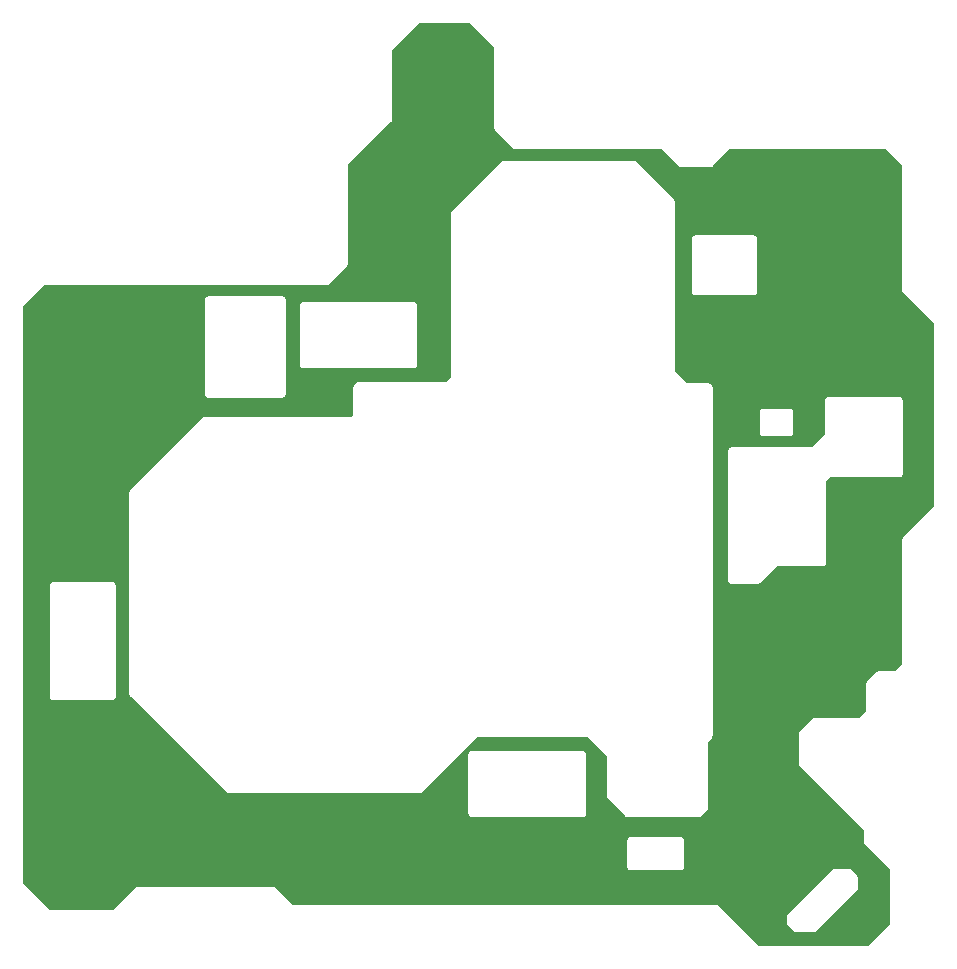
<source format=gbl>
G04*
G04 #@! TF.GenerationSoftware,Altium Limited,Altium Designer,20.0.14 (345)*
G04*
G04 Layer_Physical_Order=2*
G04 Layer_Color=16711680*
%FSLAX43Y43*%
%MOMM*%
G71*
G01*
G75*
%ADD11C,0.300*%
%ADD12C,1.000*%
%ADD13C,8.000*%
%ADD14C,2.600*%
G36*
X77215Y118382D02*
X77215Y111500D01*
X77215Y111500D01*
X77237Y111391D01*
X77299Y111299D01*
X77299Y111299D01*
X78799Y109799D01*
X78799Y109799D01*
X78891Y109737D01*
X78909Y109733D01*
X79000Y109715D01*
X79000Y109715D01*
X91382D01*
X92799Y108299D01*
X92799Y108299D01*
X92891Y108237D01*
X93000Y108215D01*
X93000Y108215D01*
X95500D01*
X95500Y108215D01*
X95609Y108237D01*
X95701Y108299D01*
X97118Y109715D01*
X110382D01*
X111715Y108382D01*
Y97875D01*
X111715Y97875D01*
X111737Y97766D01*
X111799Y97674D01*
X114465Y95007D01*
Y79493D01*
X111799Y76826D01*
X111737Y76734D01*
X111715Y76625D01*
X111715Y76625D01*
Y66118D01*
X111132Y65535D01*
X109750D01*
X109750Y65535D01*
X109641Y65513D01*
X109549Y65451D01*
X109549Y65451D01*
X108799Y64701D01*
X108799Y64701D01*
X108737Y64609D01*
X108715Y64500D01*
X108715Y64500D01*
Y62181D01*
X108132Y61597D01*
X104312D01*
X104203Y61576D01*
X104111Y61514D01*
X104111Y61514D01*
X103049Y60451D01*
X102987Y60359D01*
X102965Y60250D01*
X102965Y60250D01*
Y57750D01*
X102965Y57750D01*
X102987Y57641D01*
X103049Y57549D01*
X108465Y52132D01*
Y51125D01*
X108465Y51125D01*
X108487Y51016D01*
X108549Y50924D01*
X110715Y48757D01*
Y44118D01*
X108882Y42285D01*
X99618D01*
X96201Y45701D01*
X96109Y45763D01*
X96000Y45785D01*
X96000Y45785D01*
X60118D01*
X58701Y47201D01*
X58609Y47263D01*
X58500Y47285D01*
X58500Y47285D01*
X47000D01*
X47000Y47285D01*
X46891Y47263D01*
X46799Y47201D01*
X46799Y47201D01*
X44882Y45285D01*
X39618D01*
X37285Y47618D01*
Y96382D01*
X39118Y98215D01*
X63000D01*
X63000Y98215D01*
X63109Y98237D01*
X63201Y98299D01*
X64701Y99799D01*
X64701Y99799D01*
X64763Y99891D01*
X64785Y100000D01*
Y108382D01*
X66201Y109799D01*
X66201Y109799D01*
X68451Y112049D01*
X68451Y112049D01*
X68513Y112141D01*
X68535Y112250D01*
X68535Y112250D01*
Y118132D01*
X70868Y120465D01*
X73250D01*
X75132Y120465D01*
X77215Y118382D01*
D02*
G37*
%LPC*%
G36*
X89050Y108735D02*
X89050Y108735D01*
X77950D01*
X77950Y108735D01*
X77841Y108713D01*
X77749Y108651D01*
X77749Y108651D01*
X73599Y104501D01*
X73537Y104409D01*
X73515Y104300D01*
X73515Y104300D01*
Y90468D01*
X73082Y90035D01*
X65700D01*
X65591Y90013D01*
X65499Y89951D01*
X65499Y89951D01*
X65349Y89801D01*
X65287Y89709D01*
X65265Y89600D01*
X65265Y89600D01*
Y87268D01*
X65082Y87085D01*
X52700D01*
X52700Y87085D01*
X52591Y87063D01*
X52499Y87001D01*
X52499Y87001D01*
X46399Y80901D01*
X46337Y80809D01*
X46315Y80700D01*
X46315Y80700D01*
Y75050D01*
Y70700D01*
Y63650D01*
X46315Y63650D01*
X46337Y63541D01*
X46399Y63449D01*
X54549Y55299D01*
X54549Y55299D01*
X54641Y55237D01*
X54750Y55215D01*
X54750Y55215D01*
X70900D01*
X70900Y55215D01*
X71009Y55237D01*
X71101Y55299D01*
X75768Y59965D01*
X85132D01*
X86715Y58382D01*
Y55000D01*
X86715Y55000D01*
X86737Y54891D01*
X86799Y54799D01*
X88299Y53299D01*
X88299Y53299D01*
X88391Y53237D01*
X88500Y53215D01*
X94500D01*
X94500Y53215D01*
X94609Y53237D01*
X94701Y53299D01*
X95201Y53799D01*
X95201Y53799D01*
X95263Y53891D01*
X95285Y54000D01*
Y59582D01*
X95601Y59899D01*
X95601Y59899D01*
X95663Y59991D01*
X95685Y60100D01*
Y89540D01*
X95663Y89649D01*
X95601Y89741D01*
X95601Y89741D01*
X95441Y89901D01*
X95349Y89963D01*
X95240Y89985D01*
X95240Y89985D01*
X93518D01*
X92535Y90968D01*
Y105250D01*
X92535Y105250D01*
X92513Y105359D01*
X92451Y105451D01*
X92451Y105451D01*
X89251Y108651D01*
X89159Y108713D01*
X89050Y108735D01*
D02*
G37*
G36*
X99200Y102435D02*
X94200D01*
X94091Y102413D01*
X93999Y102351D01*
X93937Y102259D01*
X93915Y102150D01*
Y97700D01*
X93937Y97591D01*
X93999Y97499D01*
X94091Y97437D01*
X94200Y97415D01*
X99200D01*
X99309Y97437D01*
X99401Y97499D01*
X99463Y97591D01*
X99485Y97700D01*
Y102150D01*
X99463Y102259D01*
X99401Y102351D01*
X99309Y102413D01*
X99200Y102435D01*
D02*
G37*
G36*
X70400Y96785D02*
X61000D01*
X60891Y96763D01*
X60799Y96701D01*
X60737Y96609D01*
X60715Y96500D01*
Y91500D01*
X60737Y91391D01*
X60799Y91299D01*
X60891Y91237D01*
X61000Y91215D01*
X70400D01*
X70509Y91237D01*
X70601Y91299D01*
X70663Y91391D01*
X70685Y91500D01*
Y96500D01*
X70663Y96609D01*
X70601Y96701D01*
X70509Y96763D01*
X70400Y96785D01*
D02*
G37*
G36*
X59250Y97285D02*
X53000D01*
X52891Y97263D01*
X52799Y97201D01*
X52737Y97109D01*
X52715Y97000D01*
Y89000D01*
X52737Y88891D01*
X52799Y88799D01*
X52891Y88737D01*
X53000Y88715D01*
X59250D01*
X59359Y88737D01*
X59451Y88799D01*
X59513Y88891D01*
X59535Y89000D01*
Y97000D01*
X59513Y97109D01*
X59451Y97201D01*
X59359Y97263D01*
X59250Y97285D01*
D02*
G37*
G36*
X102250Y87785D02*
X100000D01*
X99891Y87763D01*
X99799Y87701D01*
X99737Y87609D01*
X99715Y87500D01*
Y85750D01*
X99737Y85641D01*
X99799Y85549D01*
X99891Y85487D01*
X100000Y85465D01*
X102250D01*
X102359Y85487D01*
X102451Y85549D01*
X102513Y85641D01*
X102535Y85750D01*
Y87500D01*
X102513Y87609D01*
X102451Y87701D01*
X102359Y87763D01*
X102250Y87785D01*
D02*
G37*
G36*
X111500Y88785D02*
X105500D01*
X105391Y88763D01*
X105299Y88701D01*
X105237Y88609D01*
X105215Y88500D01*
Y85618D01*
X104082Y84485D01*
X97300D01*
X97300Y84485D01*
X97191Y84463D01*
X97099Y84401D01*
X97099Y84401D01*
X97049Y84351D01*
X96987Y84259D01*
X96965Y84150D01*
X96965Y84150D01*
Y73250D01*
X96987Y73141D01*
X97049Y73049D01*
X97141Y72987D01*
X97250Y72965D01*
X99500D01*
X99500Y72965D01*
X99609Y72987D01*
X99701Y73049D01*
X101118Y74465D01*
X105000D01*
X105109Y74487D01*
X105201Y74549D01*
X105263Y74641D01*
X105285Y74750D01*
Y81632D01*
X105618Y81965D01*
X111500D01*
X111609Y81987D01*
X111701Y82049D01*
X111763Y82141D01*
X111785Y82250D01*
Y88500D01*
X111763Y88609D01*
X111701Y88701D01*
X111609Y88763D01*
X111500Y88785D01*
D02*
G37*
G36*
X44850Y73085D02*
X39850D01*
X39741Y73063D01*
X39649Y73001D01*
X39587Y72909D01*
X39565Y72800D01*
Y63400D01*
X39587Y63291D01*
X39649Y63199D01*
X39741Y63137D01*
X39850Y63115D01*
X44850D01*
X44959Y63137D01*
X45051Y63199D01*
X45113Y63291D01*
X45135Y63400D01*
Y72800D01*
X45113Y72909D01*
X45051Y73001D01*
X44959Y73063D01*
X44850Y73085D01*
D02*
G37*
G36*
X84700Y58785D02*
X75300D01*
X75191Y58763D01*
X75099Y58701D01*
X75037Y58609D01*
X75015Y58500D01*
Y53500D01*
X75037Y53391D01*
X75099Y53299D01*
X75191Y53237D01*
X75300Y53215D01*
X84700D01*
X84809Y53237D01*
X84901Y53299D01*
X84963Y53391D01*
X84985Y53500D01*
Y58500D01*
X84963Y58609D01*
X84901Y58701D01*
X84809Y58763D01*
X84700Y58785D01*
D02*
G37*
G36*
X93000Y51535D02*
X88750D01*
X88641Y51513D01*
X88549Y51451D01*
X88487Y51359D01*
X88465Y51250D01*
Y49000D01*
X88487Y48891D01*
X88549Y48799D01*
X88641Y48737D01*
X88750Y48715D01*
X93000D01*
X93109Y48737D01*
X93201Y48799D01*
X93263Y48891D01*
X93285Y49000D01*
Y51250D01*
X93263Y51359D01*
X93201Y51451D01*
X93109Y51513D01*
X93000Y51535D01*
D02*
G37*
G36*
X107250Y48785D02*
X107250Y48785D01*
X106000D01*
X105891Y48763D01*
X105799Y48701D01*
X105799Y48701D01*
X102049Y44951D01*
X101987Y44859D01*
X101965Y44750D01*
X101965Y44750D01*
Y44250D01*
X101965Y44250D01*
X101987Y44141D01*
X102049Y44049D01*
X102549Y43549D01*
X102549Y43549D01*
X102641Y43487D01*
X102750Y43465D01*
X104250D01*
X104250Y43465D01*
X104359Y43487D01*
X104451Y43549D01*
X107951Y47049D01*
X107951Y47049D01*
X108013Y47141D01*
X108035Y47250D01*
Y48000D01*
X108035Y48000D01*
X108013Y48109D01*
X107951Y48201D01*
X107451Y48701D01*
X107359Y48763D01*
X107250Y48785D01*
D02*
G37*
%LPD*%
D11*
X94900Y102800D02*
D03*
X98500D02*
D03*
X94900Y97000D02*
D03*
X98500D02*
D03*
X99900Y101700D02*
D03*
X93400D02*
D03*
X99900Y98100D02*
D03*
X93400D02*
D03*
X101100Y84900D02*
D03*
Y73500D02*
D03*
X103900Y84900D02*
D03*
Y74100D02*
D03*
X105700Y77400D02*
D03*
X96250D02*
D03*
X105700Y75200D02*
D03*
X96500D02*
D03*
X40950Y73500D02*
D03*
Y62700D02*
D03*
X43750Y73500D02*
D03*
Y62700D02*
D03*
X45550Y72400D02*
D03*
X39050D02*
D03*
X45550Y70200D02*
D03*
X39050D02*
D03*
X45550Y66000D02*
D03*
X39050D02*
D03*
X45550Y63800D02*
D03*
X39050D02*
D03*
X61400Y97300D02*
D03*
Y90800D02*
D03*
X63600Y97300D02*
D03*
Y90800D02*
D03*
X67800Y97300D02*
D03*
Y90800D02*
D03*
X70000Y97300D02*
D03*
Y90800D02*
D03*
X60300Y92600D02*
D03*
X71100D02*
D03*
X60300Y95400D02*
D03*
X71100D02*
D03*
X75700Y59300D02*
D03*
Y52800D02*
D03*
X77900Y59300D02*
D03*
Y52800D02*
D03*
X82100Y59300D02*
D03*
Y52800D02*
D03*
X84300Y59300D02*
D03*
Y52800D02*
D03*
X74600Y54600D02*
D03*
X85400D02*
D03*
X74600Y57400D02*
D03*
X85400D02*
D03*
X106900Y44800D02*
D03*
Y49550D02*
D03*
X103900Y47600D02*
D03*
X108450D02*
D03*
X105900Y44300D02*
D03*
Y49550D02*
D03*
X103900Y43050D02*
D03*
X101450Y44800D02*
D03*
X102900Y43050D02*
D03*
Y46550D02*
D03*
X103250Y86500D02*
D03*
X99250D02*
D03*
X104250Y86750D02*
D03*
X98250D02*
D03*
X98100Y72500D02*
D03*
Y85500D02*
D03*
X96500Y76600D02*
D03*
X100500Y72600D02*
D03*
X109100Y81250D02*
D03*
Y89500D02*
D03*
X108100Y80500D02*
D03*
Y90250D02*
D03*
X112500Y85900D02*
D03*
X104500D02*
D03*
X112500Y83100D02*
D03*
X96500D02*
D03*
X106100Y81250D02*
D03*
Y89500D02*
D03*
X107150Y81250D02*
D03*
Y89500D02*
D03*
X106650Y80500D02*
D03*
Y90250D02*
D03*
X110150Y81250D02*
D03*
Y89500D02*
D03*
X110750Y80500D02*
D03*
Y90250D02*
D03*
X109650Y80500D02*
D03*
Y90250D02*
D03*
D12*
X71160Y114160D02*
D03*
Y117840D02*
D03*
X74840Y114160D02*
D03*
Y117840D02*
D03*
X73000Y113400D02*
D03*
X70400Y116000D02*
D03*
X73000Y118600D02*
D03*
X75600Y116000D02*
D03*
X98160Y48160D02*
D03*
X101840D02*
D03*
Y51840D02*
D03*
X100000Y47400D02*
D03*
X97400Y50000D02*
D03*
X100000Y52600D02*
D03*
X102600Y50000D02*
D03*
X98160Y90160D02*
D03*
Y93840D02*
D03*
X101840Y90160D02*
D03*
Y93840D02*
D03*
X100000Y89400D02*
D03*
X97400Y92000D02*
D03*
X100000Y94600D02*
D03*
X102600Y92000D02*
D03*
X40160Y48160D02*
D03*
Y51840D02*
D03*
X43840Y48160D02*
D03*
Y51840D02*
D03*
X42000Y47400D02*
D03*
X39400Y50000D02*
D03*
X42000Y52600D02*
D03*
X44600Y50000D02*
D03*
X40160Y90160D02*
D03*
Y93840D02*
D03*
X43840D02*
D03*
X42000Y89400D02*
D03*
X39400Y92000D02*
D03*
X42000Y94600D02*
D03*
X44600Y92000D02*
D03*
D13*
X73000Y116000D02*
D03*
X100000Y50000D02*
D03*
Y92000D02*
D03*
X42000Y50000D02*
D03*
Y92000D02*
D03*
D14*
X97568Y52432D02*
D03*
X44432Y89568D02*
D03*
M02*

</source>
